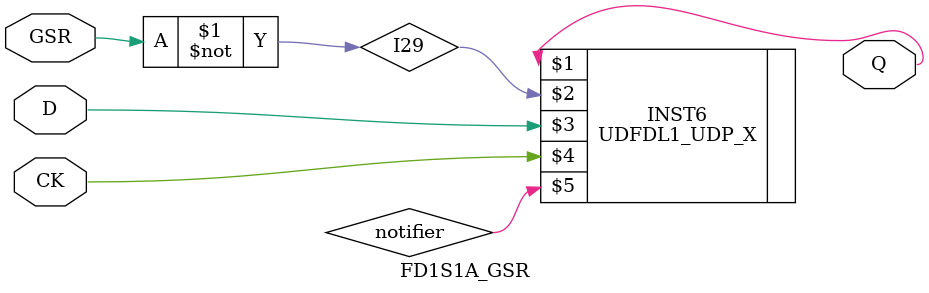
<source format=v>
`resetall
`timescale 1 ns / 100 ps

/* Created by DB2VERILOG Version 1.0.1.1 on Tue Apr  5 13:47:47 1994 */
/* module compiled from "lsl2db 3.6.4" run */

module FD1S1A_GSR (D, CK, GSR, Q);
input  D, CK, GSR;
output Q;
reg notifier; 


not INST32 (I29, GSR);
UDFDL1_UDP_X INST6 (Q, I29, D, CK, notifier);   


endmodule

</source>
